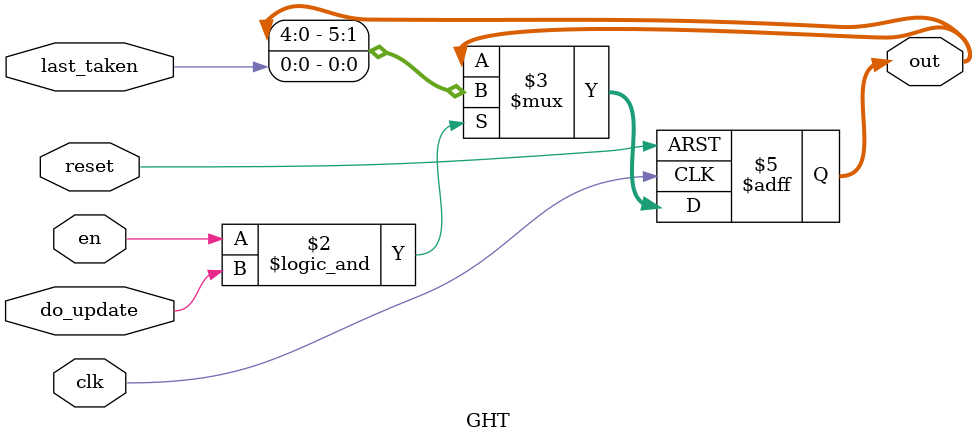
<source format=sv>
/**
 * global history tracker
 */
module GHT #(
    HWIDTH = 6
) (
    input logic clk, reset, en,
    input logic do_update, last_taken,
    output logic [HWIDTH - 1:0] out
);
    always_ff @(posedge clk, posedge reset) begin
        if (reset) begin
            out <= 0;
        end else if (en && do_update) begin
            out <= {out[HWIDTH - 2:0], last_taken};
        end
    end
endmodule
</source>
